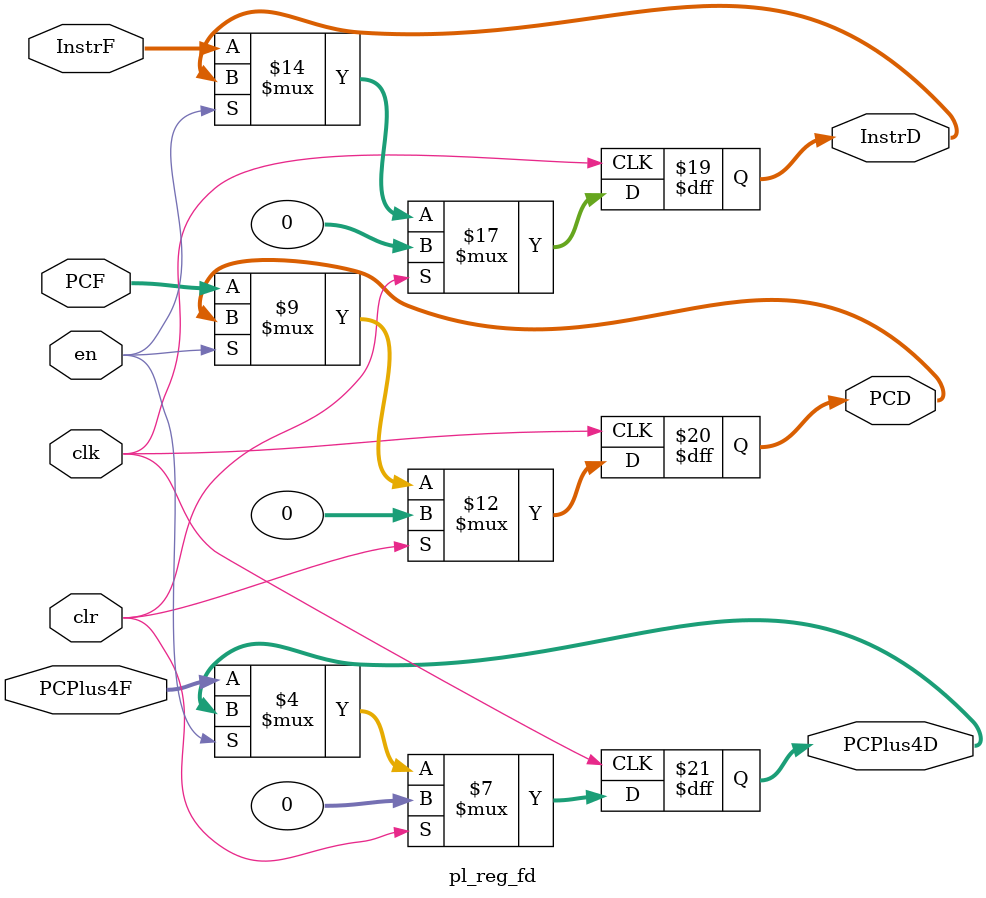
<source format=v>


module pl_reg_fd (
    input             clk, en, clr,
    input      [31:0] InstrF, PCF, PCPlus4F,
    output reg [31:0] InstrD, PCD, PCPlus4D
);

initial begin
    InstrD = 0; PCD = 0; PCPlus4D = 0;
end

always @(posedge clk) begin
    if (clr) begin
        InstrD <= 0; PCD <= 0; PCPlus4D <= 0;
    end else if (!en) begin
        InstrD <= InstrF; PCD <= PCF;
        PCPlus4D <= PCPlus4F;
    end
end

endmodule

</source>
